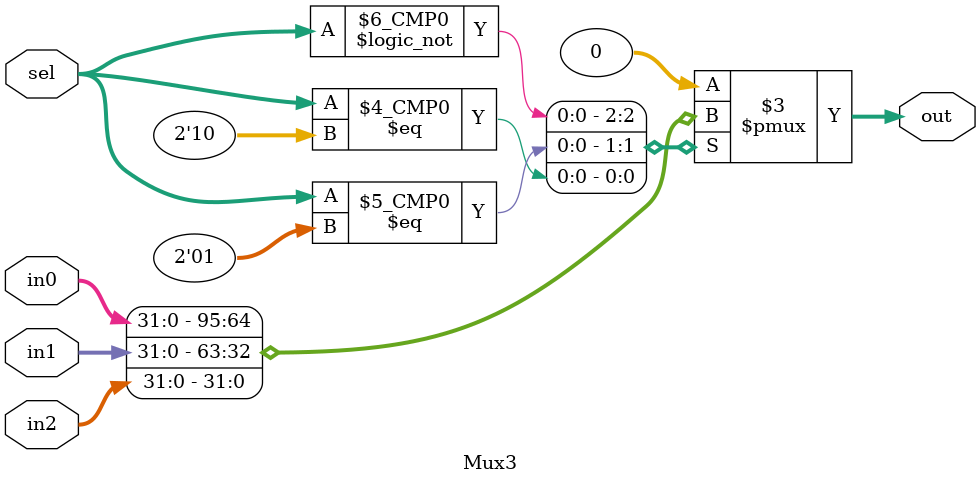
<source format=sv>
`timescale 1ns / 1ps
module Mux3 (
    input wire [31:0] in0,
    input wire [31:0] in1,
    input wire [31:0] in2,
    input wire [1:0] sel,
    output reg [31:0] out
);
    always @(*) begin
        case (sel)
            2'b00: out = in0;
            2'b01: out = in1; // From WB
            2'b10: out = in2; // From MEM
            default: out = 32'b0;
        endcase
    end
endmodule

</source>
